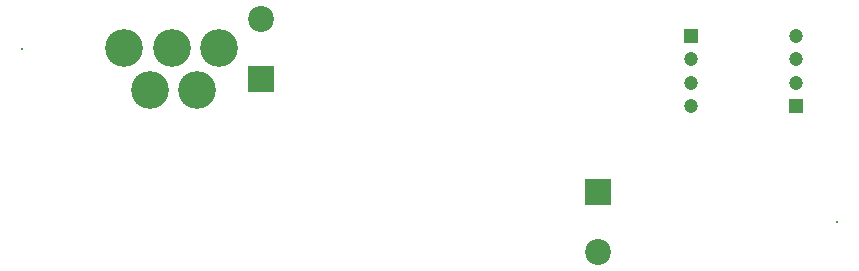
<source format=gbs>
G04*
G04 #@! TF.GenerationSoftware,Altium Limited,Altium Designer,24.7.2 (38)*
G04*
G04 Layer_Color=16711935*
%FSLAX44Y44*%
%MOMM*%
G71*
G04*
G04 #@! TF.SameCoordinates,5F2224E1-EEEE-49E5-A837-5A6DF9339696*
G04*
G04*
G04 #@! TF.FilePolarity,Negative*
G04*
G01*
G75*
%ADD52R,2.1982X2.1982*%
%ADD53C,2.1982*%
%ADD54C,0.2032*%
%ADD55R,1.2000X1.2000*%
%ADD56C,1.2000*%
%ADD75C,3.2032*%
D52*
X1521700Y1081400D02*
D03*
X1236300Y1176600D02*
D03*
D53*
X1521700Y1030600D02*
D03*
X1236300Y1227400D02*
D03*
D54*
X1724200Y1056000D02*
D03*
X1033800Y1202000D02*
D03*
D55*
X1600800Y1213500D02*
D03*
X1689100Y1153500D02*
D03*
D56*
X1600800Y1193500D02*
D03*
Y1173500D02*
D03*
Y1153500D02*
D03*
X1689100Y1173500D02*
D03*
Y1193500D02*
D03*
Y1213500D02*
D03*
D75*
X1120780Y1202840D02*
D03*
X1160780D02*
D03*
X1200780D02*
D03*
X1142380Y1167280D02*
D03*
X1182380D02*
D03*
M02*

</source>
